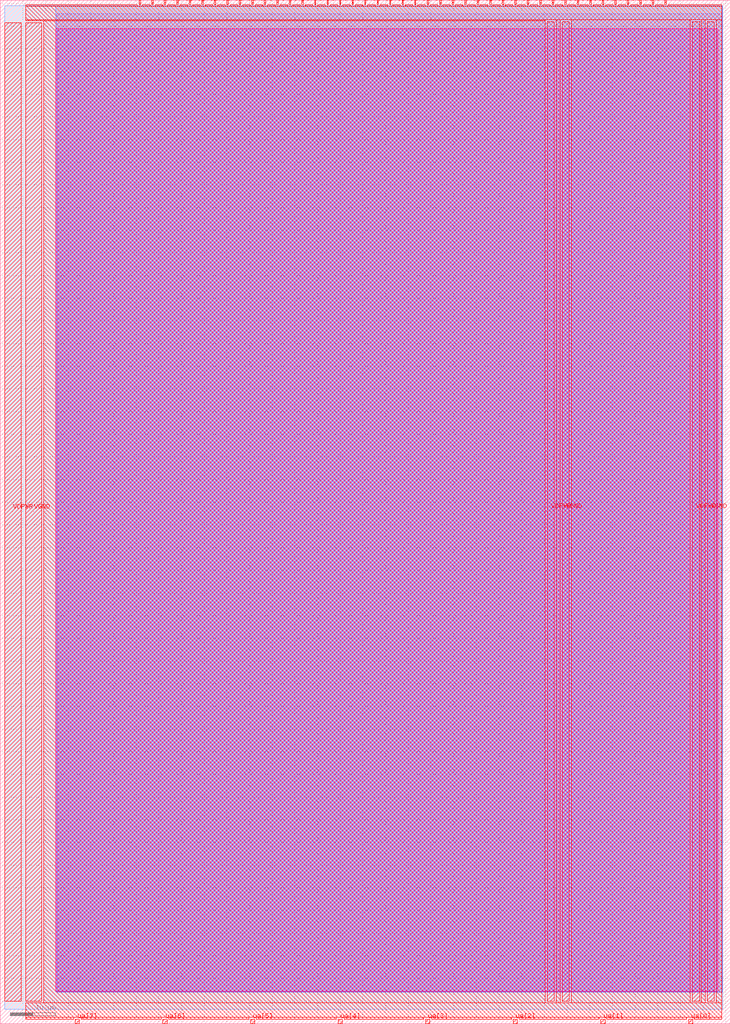
<source format=lef>
MACRO tt_um_algofoogle_vga_matrix_dac
  CLASS BLOCK ;
  FOREIGN tt_um_algofoogle_vga_matrix_dac ;
  ORIGIN 0.000 0.000 ;
  SIZE 161.000 BY 225.760 ;
  PIN clk
    DIRECTION INPUT ;
    USE SIGNAL ;
    ANTENNAGATEAREA 0.852000 ;
    PORT
      LAYER met4 ;
        RECT 143.830 224.760 144.130 225.760 ;
    END
  END clk
  PIN ena
    DIRECTION INPUT ;
    USE SIGNAL ;
    PORT
      LAYER met4 ;
        RECT 146.590 224.760 146.890 225.760 ;
    END
  END ena
  PIN rst_n
    DIRECTION INPUT ;
    USE SIGNAL ;
    ANTENNAGATEAREA 0.196500 ;
    PORT
      LAYER met4 ;
        RECT 141.070 224.760 141.370 225.760 ;
    END
  END rst_n
  PIN ua[0]
    DIRECTION INOUT ;
    USE SIGNAL ;
    ANTENNADIFFAREA 44.799999 ;
    PORT
      LAYER met4 ;
        RECT 151.810 0.000 152.710 1.000 ;
    END
  END ua[0]
  PIN ua[1]
    DIRECTION INOUT ;
    USE SIGNAL ;
    ANTENNADIFFAREA 44.799999 ;
    PORT
      LAYER met4 ;
        RECT 132.490 0.000 133.390 1.000 ;
    END
  END ua[1]
  PIN ua[2]
    DIRECTION INOUT ;
    USE SIGNAL ;
    ANTENNADIFFAREA 44.799999 ;
    PORT
      LAYER met4 ;
        RECT 113.170 0.000 114.070 1.000 ;
    END
  END ua[2]
  PIN ua[3]
    DIRECTION INOUT ;
    USE SIGNAL ;
    ANTENNAGATEAREA 66.500000 ;
    ANTENNADIFFAREA 1.305000 ;
    PORT
      LAYER met4 ;
        RECT 93.850 0.000 94.750 1.000 ;
    END
  END ua[3]
  PIN ua[4]
    DIRECTION INOUT ;
    USE SIGNAL ;
    PORT
      LAYER met4 ;
        RECT 74.530 0.000 75.430 1.000 ;
    END
  END ua[4]
  PIN ua[5]
    DIRECTION INOUT ;
    USE SIGNAL ;
    PORT
      LAYER met4 ;
        RECT 55.210 0.000 56.110 1.000 ;
    END
  END ua[5]
  PIN ua[6]
    DIRECTION INOUT ;
    USE SIGNAL ;
    PORT
      LAYER met4 ;
        RECT 35.890 0.000 36.790 1.000 ;
    END
  END ua[6]
  PIN ua[7]
    DIRECTION INOUT ;
    USE SIGNAL ;
    PORT
      LAYER met4 ;
        RECT 16.570 0.000 17.470 1.000 ;
    END
  END ua[7]
  PIN ui_in[0]
    DIRECTION INPUT ;
    USE SIGNAL ;
    ANTENNAGATEAREA 0.126000 ;
    PORT
      LAYER met4 ;
        RECT 138.310 224.760 138.610 225.760 ;
    END
  END ui_in[0]
  PIN ui_in[1]
    DIRECTION INPUT ;
    USE SIGNAL ;
    ANTENNAGATEAREA 0.213000 ;
    PORT
      LAYER met4 ;
        RECT 135.550 224.760 135.850 225.760 ;
    END
  END ui_in[1]
  PIN ui_in[2]
    DIRECTION INPUT ;
    USE SIGNAL ;
    ANTENNAGATEAREA 0.126000 ;
    PORT
      LAYER met4 ;
        RECT 132.790 224.760 133.090 225.760 ;
    END
  END ui_in[2]
  PIN ui_in[3]
    DIRECTION INPUT ;
    USE SIGNAL ;
    ANTENNAGATEAREA 0.213000 ;
    PORT
      LAYER met4 ;
        RECT 130.030 224.760 130.330 225.760 ;
    END
  END ui_in[3]
  PIN ui_in[4]
    DIRECTION INPUT ;
    USE SIGNAL ;
    ANTENNAGATEAREA 0.213000 ;
    PORT
      LAYER met4 ;
        RECT 127.270 224.760 127.570 225.760 ;
    END
  END ui_in[4]
  PIN ui_in[5]
    DIRECTION INPUT ;
    USE SIGNAL ;
    ANTENNAGATEAREA 0.213000 ;
    PORT
      LAYER met4 ;
        RECT 124.510 224.760 124.810 225.760 ;
    END
  END ui_in[5]
  PIN ui_in[6]
    DIRECTION INPUT ;
    USE SIGNAL ;
    ANTENNAGATEAREA 0.126000 ;
    PORT
      LAYER met4 ;
        RECT 121.750 224.760 122.050 225.760 ;
    END
  END ui_in[6]
  PIN ui_in[7]
    DIRECTION INPUT ;
    USE SIGNAL ;
    ANTENNAGATEAREA 0.126000 ;
    PORT
      LAYER met4 ;
        RECT 118.990 224.760 119.290 225.760 ;
    END
  END ui_in[7]
  PIN uio_in[0]
    DIRECTION INPUT ;
    USE SIGNAL ;
    PORT
      LAYER met4 ;
        RECT 116.230 224.760 116.530 225.760 ;
    END
  END uio_in[0]
  PIN uio_in[1]
    DIRECTION INPUT ;
    USE SIGNAL ;
    PORT
      LAYER met4 ;
        RECT 113.470 224.760 113.770 225.760 ;
    END
  END uio_in[1]
  PIN uio_in[2]
    DIRECTION INPUT ;
    USE SIGNAL ;
    ANTENNAGATEAREA 0.477000 ;
    PORT
      LAYER met4 ;
        RECT 110.710 224.760 111.010 225.760 ;
    END
  END uio_in[2]
  PIN uio_in[3]
    DIRECTION INPUT ;
    USE SIGNAL ;
    ANTENNAGATEAREA 0.477000 ;
    PORT
      LAYER met4 ;
        RECT 107.950 224.760 108.250 225.760 ;
    END
  END uio_in[3]
  PIN uio_in[4]
    DIRECTION INPUT ;
    USE SIGNAL ;
    ANTENNAGATEAREA 0.477000 ;
    PORT
      LAYER met4 ;
        RECT 105.190 224.760 105.490 225.760 ;
    END
  END uio_in[4]
  PIN uio_in[5]
    DIRECTION INPUT ;
    USE SIGNAL ;
    PORT
      LAYER met4 ;
        RECT 102.430 224.760 102.730 225.760 ;
    END
  END uio_in[5]
  PIN uio_in[6]
    DIRECTION INPUT ;
    USE SIGNAL ;
    PORT
      LAYER met4 ;
        RECT 99.670 224.760 99.970 225.760 ;
    END
  END uio_in[6]
  PIN uio_in[7]
    DIRECTION INPUT ;
    USE SIGNAL ;
    PORT
      LAYER met4 ;
        RECT 96.910 224.760 97.210 225.760 ;
    END
  END uio_in[7]
  PIN uio_oe[0]
    DIRECTION OUTPUT ;
    USE SIGNAL ;
    ANTENNAGATEAREA 64.799995 ;
    ANTENNADIFFAREA 595.162781 ;
    PORT
      LAYER met4 ;
        RECT 49.990 224.760 50.290 225.760 ;
    END
  END uio_oe[0]
  PIN uio_oe[1]
    DIRECTION OUTPUT ;
    USE SIGNAL ;
    ANTENNAGATEAREA 64.799995 ;
    ANTENNADIFFAREA 595.162781 ;
    PORT
      LAYER met4 ;
        RECT 47.230 224.760 47.530 225.760 ;
    END
  END uio_oe[1]
  PIN uio_oe[2]
    DIRECTION OUTPUT ;
    USE SIGNAL ;
    ANTENNAGATEAREA 36.750000 ;
    ANTENNADIFFAREA 406.333496 ;
    PORT
      LAYER met4 ;
        RECT 44.470 224.760 44.770 225.760 ;
    END
  END uio_oe[2]
  PIN uio_oe[3]
    DIRECTION OUTPUT ;
    USE SIGNAL ;
    ANTENNAGATEAREA 36.750000 ;
    ANTENNADIFFAREA 406.333496 ;
    PORT
      LAYER met4 ;
        RECT 41.710 224.760 42.010 225.760 ;
    END
  END uio_oe[3]
  PIN uio_oe[4]
    DIRECTION OUTPUT ;
    USE SIGNAL ;
    ANTENNAGATEAREA 36.750000 ;
    ANTENNADIFFAREA 406.333496 ;
    PORT
      LAYER met4 ;
        RECT 38.950 224.760 39.250 225.760 ;
    END
  END uio_oe[4]
  PIN uio_oe[5]
    DIRECTION OUTPUT ;
    USE SIGNAL ;
    ANTENNAGATEAREA 36.750000 ;
    ANTENNADIFFAREA 406.333496 ;
    PORT
      LAYER met4 ;
        RECT 36.190 224.760 36.490 225.760 ;
    END
  END uio_oe[5]
  PIN uio_oe[6]
    DIRECTION OUTPUT ;
    USE SIGNAL ;
    ANTENNAGATEAREA 36.750000 ;
    ANTENNADIFFAREA 406.333496 ;
    PORT
      LAYER met4 ;
        RECT 33.430 224.760 33.730 225.760 ;
    END
  END uio_oe[6]
  PIN uio_oe[7]
    DIRECTION OUTPUT ;
    USE SIGNAL ;
    ANTENNAGATEAREA 36.750000 ;
    ANTENNADIFFAREA 406.333496 ;
    PORT
      LAYER met4 ;
        RECT 30.670 224.760 30.970 225.760 ;
    END
  END uio_oe[7]
  PIN uio_out[0]
    DIRECTION OUTPUT ;
    USE SIGNAL ;
    ANTENNADIFFAREA 0.445500 ;
    PORT
      LAYER met4 ;
        RECT 72.070 224.760 72.370 225.760 ;
    END
  END uio_out[0]
  PIN uio_out[1]
    DIRECTION OUTPUT ;
    USE SIGNAL ;
    ANTENNADIFFAREA 0.445500 ;
    PORT
      LAYER met4 ;
        RECT 69.310 224.760 69.610 225.760 ;
    END
  END uio_out[1]
  PIN uio_out[2]
    DIRECTION OUTPUT ;
    USE SIGNAL ;
    ANTENNAGATEAREA 36.750000 ;
    ANTENNADIFFAREA 406.333496 ;
    PORT
      LAYER met4 ;
        RECT 66.550 224.760 66.850 225.760 ;
    END
  END uio_out[2]
  PIN uio_out[3]
    DIRECTION OUTPUT ;
    USE SIGNAL ;
    ANTENNAGATEAREA 36.750000 ;
    ANTENNADIFFAREA 406.333496 ;
    PORT
      LAYER met4 ;
        RECT 63.790 224.760 64.090 225.760 ;
    END
  END uio_out[3]
  PIN uio_out[4]
    DIRECTION OUTPUT ;
    USE SIGNAL ;
    ANTENNAGATEAREA 36.750000 ;
    ANTENNADIFFAREA 406.333496 ;
    PORT
      LAYER met4 ;
        RECT 61.030 224.760 61.330 225.760 ;
    END
  END uio_out[4]
  PIN uio_out[5]
    DIRECTION OUTPUT ;
    USE SIGNAL ;
    ANTENNAGATEAREA 36.750000 ;
    ANTENNADIFFAREA 406.333496 ;
    PORT
      LAYER met4 ;
        RECT 58.270 224.760 58.570 225.760 ;
    END
  END uio_out[5]
  PIN uio_out[6]
    DIRECTION OUTPUT ;
    USE SIGNAL ;
    ANTENNAGATEAREA 36.750000 ;
    ANTENNADIFFAREA 406.333496 ;
    PORT
      LAYER met4 ;
        RECT 55.510 224.760 55.810 225.760 ;
    END
  END uio_out[6]
  PIN uio_out[7]
    DIRECTION OUTPUT ;
    USE SIGNAL ;
    ANTENNAGATEAREA 36.750000 ;
    ANTENNADIFFAREA 406.333496 ;
    PORT
      LAYER met4 ;
        RECT 52.750 224.760 53.050 225.760 ;
    END
  END uio_out[7]
  PIN uo_out[0]
    DIRECTION OUTPUT ;
    USE SIGNAL ;
    ANTENNADIFFAREA 0.445500 ;
    PORT
      LAYER met4 ;
        RECT 94.150 224.760 94.450 225.760 ;
    END
  END uo_out[0]
  PIN uo_out[1]
    DIRECTION OUTPUT ;
    USE SIGNAL ;
    ANTENNADIFFAREA 0.445500 ;
    PORT
      LAYER met4 ;
        RECT 91.390 224.760 91.690 225.760 ;
    END
  END uo_out[1]
  PIN uo_out[2]
    DIRECTION OUTPUT ;
    USE SIGNAL ;
    ANTENNADIFFAREA 0.445500 ;
    PORT
      LAYER met4 ;
        RECT 88.630 224.760 88.930 225.760 ;
    END
  END uo_out[2]
  PIN uo_out[3]
    DIRECTION OUTPUT ;
    USE SIGNAL ;
    ANTENNADIFFAREA 0.445500 ;
    PORT
      LAYER met4 ;
        RECT 85.870 224.760 86.170 225.760 ;
    END
  END uo_out[3]
  PIN uo_out[4]
    DIRECTION OUTPUT ;
    USE SIGNAL ;
    ANTENNADIFFAREA 0.445500 ;
    PORT
      LAYER met4 ;
        RECT 83.110 224.760 83.410 225.760 ;
    END
  END uo_out[4]
  PIN uo_out[5]
    DIRECTION OUTPUT ;
    USE SIGNAL ;
    ANTENNADIFFAREA 0.445500 ;
    PORT
      LAYER met4 ;
        RECT 80.350 224.760 80.650 225.760 ;
    END
  END uo_out[5]
  PIN uo_out[6]
    DIRECTION OUTPUT ;
    USE SIGNAL ;
    ANTENNADIFFAREA 0.445500 ;
    PORT
      LAYER met4 ;
        RECT 77.590 224.760 77.890 225.760 ;
    END
  END uo_out[6]
  PIN uo_out[7]
    DIRECTION OUTPUT ;
    USE SIGNAL ;
    ANTENNADIFFAREA 0.445500 ;
    PORT
      LAYER met4 ;
        RECT 74.830 224.760 75.130 225.760 ;
    END
  END uo_out[7]
  PIN VDPWR
    DIRECTION INOUT ;
    USE POWER ;
    PORT
      LAYER met4 ;
        RECT 1.000 5.000 4.600 220.760 ;
    END
  END VDPWR
  PIN VGND
    DIRECTION INOUT ;
    USE GROUND ;
    PORT
      LAYER met4 ;
        RECT 5.600 5.000 9.200 220.760 ;
    END
  END VGND
  PIN VDPWR
    DIRECTION INOUT ;
    USE POWER ;
    PORT
      LAYER met4 ;
        RECT 120.620 5.000 122.220 221.000 ;
    END
    PORT
      LAYER met4 ;
        RECT 152.620 5.000 154.220 221.000 ;
    END
  END VDPWR
  PIN VGND
    DIRECTION INOUT ;
    USE GROUND ;
    PORT
      LAYER met4 ;
        RECT 123.920 5.000 125.520 221.000 ;
    END
    PORT
      LAYER met4 ;
        RECT 155.920 5.000 157.520 221.000 ;
    END
  END VGND
  OBS
      LAYER nwell ;
        RECT 12.200 7.135 158.190 219.465 ;
      LAYER li1 ;
        RECT 12.590 7.135 158.000 219.465 ;
      LAYER met1 ;
        RECT 12.490 6.980 159.310 222.740 ;
      LAYER met2 ;
        RECT 12.200 7.035 159.280 224.560 ;
      LAYER met3 ;
        RECT 1.000 3.250 159.310 224.560 ;
      LAYER met4 ;
        RECT 5.600 224.360 30.270 224.760 ;
        RECT 31.370 224.360 33.030 224.760 ;
        RECT 34.130 224.360 35.790 224.760 ;
        RECT 36.890 224.360 38.550 224.760 ;
        RECT 39.650 224.360 41.310 224.760 ;
        RECT 42.410 224.360 44.070 224.760 ;
        RECT 45.170 224.360 46.830 224.760 ;
        RECT 47.930 224.360 49.590 224.760 ;
        RECT 50.690 224.360 52.350 224.760 ;
        RECT 53.450 224.360 55.110 224.760 ;
        RECT 56.210 224.360 57.870 224.760 ;
        RECT 58.970 224.360 60.630 224.760 ;
        RECT 61.730 224.360 63.390 224.760 ;
        RECT 64.490 224.360 66.150 224.760 ;
        RECT 67.250 224.360 68.910 224.760 ;
        RECT 70.010 224.360 71.670 224.760 ;
        RECT 72.770 224.360 74.430 224.760 ;
        RECT 75.530 224.360 77.190 224.760 ;
        RECT 78.290 224.360 79.950 224.760 ;
        RECT 81.050 224.360 82.710 224.760 ;
        RECT 83.810 224.360 85.470 224.760 ;
        RECT 86.570 224.360 88.230 224.760 ;
        RECT 89.330 224.360 90.990 224.760 ;
        RECT 92.090 224.360 93.750 224.760 ;
        RECT 94.850 224.360 96.510 224.760 ;
        RECT 97.610 224.360 99.270 224.760 ;
        RECT 100.370 224.360 102.030 224.760 ;
        RECT 103.130 224.360 104.790 224.760 ;
        RECT 105.890 224.360 107.550 224.760 ;
        RECT 108.650 224.360 110.310 224.760 ;
        RECT 111.410 224.360 113.070 224.760 ;
        RECT 114.170 224.360 115.830 224.760 ;
        RECT 116.930 224.360 118.590 224.760 ;
        RECT 119.690 224.360 121.350 224.760 ;
        RECT 122.450 224.360 124.110 224.760 ;
        RECT 125.210 224.360 126.870 224.760 ;
        RECT 127.970 224.360 129.630 224.760 ;
        RECT 130.730 224.360 132.390 224.760 ;
        RECT 133.490 224.360 135.150 224.760 ;
        RECT 136.250 224.360 137.910 224.760 ;
        RECT 139.010 224.360 140.670 224.760 ;
        RECT 141.770 224.360 143.430 224.760 ;
        RECT 144.530 224.360 146.190 224.760 ;
        RECT 147.290 224.360 159.085 224.760 ;
        RECT 5.600 221.400 159.085 224.360 ;
        RECT 5.600 221.160 120.220 221.400 ;
        RECT 9.600 4.600 120.220 221.160 ;
        RECT 122.620 4.600 123.520 221.400 ;
        RECT 125.920 4.600 152.220 221.400 ;
        RECT 154.620 4.600 155.520 221.400 ;
        RECT 157.920 4.600 159.085 221.400 ;
        RECT 5.600 1.400 159.085 4.600 ;
        RECT 5.600 1.000 16.170 1.400 ;
        RECT 17.870 1.000 35.490 1.400 ;
        RECT 37.190 1.000 54.810 1.400 ;
        RECT 56.510 1.000 74.130 1.400 ;
        RECT 75.830 1.000 93.450 1.400 ;
        RECT 95.150 1.000 112.770 1.400 ;
        RECT 114.470 1.000 132.090 1.400 ;
        RECT 133.790 1.000 151.410 1.400 ;
        RECT 153.110 1.000 159.085 1.400 ;
  END
END tt_um_algofoogle_vga_matrix_dac
END LIBRARY


</source>
